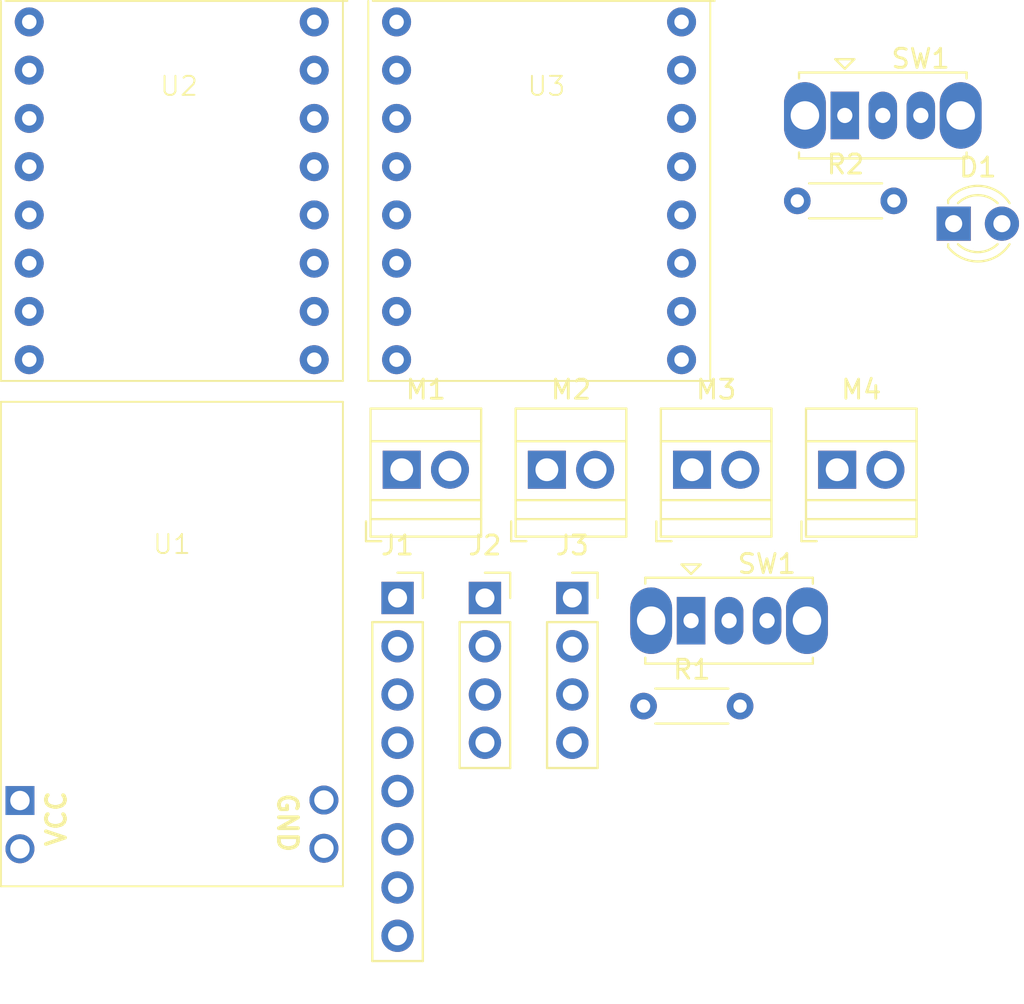
<source format=kicad_pcb>
(kicad_pcb (version 20240108) (generator "pcbnew") (generator_version "8.0")
  (layers (0 "F.Cu" signal) (31 "B.Cu" signal) (34 "B.Paste" user) (35 "F.Paste" user) (36 "B.SilkS" user "B.Silkscreen") (37 "F.SilkS" user "F.Silkscreen") (38 "B.Mask" user) (39 "F.Mask" user) (44 "Edge.Cuts" user))
  (net 0 "")
  (net 1 "+3.3V")
  (net 2 "Net-(J1-Pin_8)")
  (net 3 "Net-(J1-Pin_4)")
  (net 4 "Net-(J1-Pin_6)")
  (net 5 "GND")
  (net 6 "Net-(J1-Pin_5)")
  (net 7 "Net-(J1-Pin_7)")
  (net 8 "Net-(J1-Pin_3)")
  (net 9 "/FL+")
  (net 10 "/FL-")
  (net 11 "/FR+")
  (net 12 "/FR-")
  (net 13 "/BL+")
  (net 14 "/BL-")
  (net 15 "/BR+")
  (net 16 "/BR-")
  (net 17 "Net-(SW1-B)")
  (net 18 "/STBY")
  (net 19 "Net-(D1-K)")
  (net 20 "Net-(D1-A)")
  (footprint "Connector_PinSocket_2.54mm:PinSocket_1x04_P2.54mm_Vertical" (layer "F.Cu") (at 164.434 102.691)
    (property "Reference" "J3" (at 0 -2.77 0) (layer "F.SilkS"))
    (property "Value" "Conn_01x04_Socket")
    (fp_line (start -1.33 1.27) (end -1.33 8.95) (stroke (width 0.12)) (layer "F.SilkS"))
    (fp_line (start -1.33 1.27) (end 1.33 1.27) (stroke (width 0.12)) (layer "F.SilkS"))
    (fp_line (start -1.33 8.95) (end 1.33 8.95) (stroke (width 0.12)) (layer "F.SilkS"))
    (fp_line (start 0 -1.33) (end 1.33 -1.33) (stroke (width 0.12)) (layer "F.SilkS"))
    (fp_line (start 1.33 -1.33) (end 1.33 0) (stroke (width 0.12)) (layer "F.SilkS"))
    (fp_line (start 1.33 1.27) (end 1.33 8.95) (stroke (width 0.12)) (layer "F.SilkS"))
    (pad "1" thru_hole rect (at 0 0) (size 1.7 1.7) (drill 1) (layers "*.Cu" "*.Mask") (net 5 "GND"))
    (pad "2" thru_hole oval (at 0 2.54) (size 1.7 1.7) (drill 1) (layers "*.Cu" "*.Mask") (net 5 "GND"))
    (pad "3" thru_hole oval (at 0 5.08) (size 1.7 1.7) (drill 1) (layers "*.Cu" "*.Mask") (net 5 "GND"))
    (pad "4" thru_hole oval (at 0 7.62) (size 1.7 1.7) (drill 1) (layers "*.Cu" "*.Mask") (net 5 "GND"))
  )
  (footprint "TerminalBlock:TerminalBlock_Xinya_XY308-2.54-2P_1x02_P2.54mm_Horizontal" (layer "F.Cu") (at 155.454 95.941)
    (property "Reference" "M1" (at 1.27 -4.22 0) (layer "F.SilkS"))
    (property "Value" "Motor_DC")
    (fp_line (start -1.88 2.72) (end -1.88 3.76) (stroke (width 0.12)) (layer "F.SilkS"))
    (fp_line (start -1.88 3.76) (end -1.08 3.76) (stroke (width 0.12)) (layer "F.SilkS"))
    (fp_line (start -1.64 -3.22) (end -1.64 3.52) (stroke (width 0.12)) (layer "F.SilkS"))
    (fp_line (start -1.64 -3.22) (end 4.18 -3.22) (stroke (width 0.12)) (layer "F.SilkS"))
    (fp_line (start -1.64 -1.501) (end 4.18 -1.501) (stroke (width 0.12)) (layer "F.SilkS"))
    (fp_line (start -1.64 1.6) (end 4.18 1.6) (stroke (width 0.12)) (layer "F.SilkS"))
    (fp_line (start -1.64 2.6) (end 4.18 2.6) (stroke (width 0.12)) (layer "F.SilkS"))
    (fp_line (start -1.64 3.52) (end 4.18 3.52) (stroke (width 0.12)) (layer "F.SilkS"))
    (fp_line (start 4.18 -3.22) (end 4.18 3.52) (stroke (width 0.12)) (layer "F.SilkS"))
    (pad "1" thru_hole rect (at 0 0) (size 2 2) (drill 1.2) (layers "*.Cu" "*.Mask") (net 9 "/FL+"))
    (pad "2" thru_hole circle (at 2.54 0) (size 2 2) (drill 1.2) (layers "*.Cu" "*.Mask") (net 10 "/FL-"))
  )
  (footprint "TerminalBlock:TerminalBlock_Xinya_XY308-2.54-2P_1x02_P2.54mm_Horizontal" (layer "F.Cu") (at 178.374 95.941)
    (property "Reference" "M4" (at 1.27 -4.22 0) (layer "F.SilkS"))
    (property "Value" "Motor_DC")
    (fp_line (start -1.88 2.72) (end -1.88 3.76) (stroke (width 0.12)) (layer "F.SilkS"))
    (fp_line (start -1.88 3.76) (end -1.08 3.76) (stroke (width 0.12)) (layer "F.SilkS"))
    (fp_line (start -1.64 -3.22) (end -1.64 3.52) (stroke (width 0.12)) (layer "F.SilkS"))
    (fp_line (start -1.64 -3.22) (end 4.18 -3.22) (stroke (width 0.12)) (layer "F.SilkS"))
    (fp_line (start -1.64 -1.501) (end 4.18 -1.501) (stroke (width 0.12)) (layer "F.SilkS"))
    (fp_line (start -1.64 1.6) (end 4.18 1.6) (stroke (width 0.12)) (layer "F.SilkS"))
    (fp_line (start -1.64 2.6) (end 4.18 2.6) (stroke (width 0.12)) (layer "F.SilkS"))
    (fp_line (start -1.64 3.52) (end 4.18 3.52) (stroke (width 0.12)) (layer "F.SilkS"))
    (fp_line (start 4.18 -3.22) (end 4.18 3.52) (stroke (width 0.12)) (layer "F.SilkS"))
    (pad "1" thru_hole rect (at 0 0) (size 2 2) (drill 1.2) (layers "*.Cu" "*.Mask") (net 15 "/BR+"))
    (pad "2" thru_hole circle (at 2.54 0) (size 2 2) (drill 1.2) (layers "*.Cu" "*.Mask") (net 16 "/BR-"))
  )
  (footprint "Button_Switch_THT:SW_Slide_SPDT_Straight_CK_OS102011MS2Q" (layer "F.Cu") (at 170.684 103.886)
    (property "Reference" "SW1" (at 3.99 -2.99 0) (layer "F.SilkS"))
    (property "Value" "SW_SPDT")
    (fp_line (start -2.41 -2.26) (end 6.41 -2.26) (stroke (width 0.12)) (layer "F.SilkS"))
    (fp_line (start -2.41 -1.95) (end -2.41 -2.26) (stroke (width 0.12)) (layer "F.SilkS"))
    (fp_line (start -2.41 2.26) (end -2.41 1.95) (stroke (width 0.12)) (layer "F.SilkS"))
    (fp_line (start -0.5 -2.96) (end 0 -2.46) (stroke (width 0.12)) (layer "F.SilkS"))
    (fp_line (start 0 -2.46) (end 0.5 -2.96) (stroke (width 0.12)) (layer "F.SilkS"))
    (fp_line (start 0.5 -2.96) (end -0.5 -2.96) (stroke (width 0.12)) (layer "F.SilkS"))
    (fp_line (start 6.41 -2.26) (end 6.41 -1.95) (stroke (width 0.12)) (layer "F.SilkS"))
    (fp_line (start 6.41 2.26) (end -2.41 2.26) (stroke (width 0.12)) (layer "F.SilkS"))
    (fp_line (start 6.41 2.26) (end 6.41 1.95) (stroke (width 0.12)) (layer "F.SilkS"))
    (pad "" thru_hole oval (at -2.1 0) (size 2.2 3.5) (drill 1.5) (layers "*.Cu" "*.Mask"))
    (pad "" thru_hole oval (at 6.1 0) (size 2.2 3.5) (drill 1.5) (layers "*.Cu" "*.Mask"))
    (pad "1" thru_hole rect (at 0 0) (size 1.5 2.5) (drill 0.8) (layers "*.Cu" "*.Mask") (net 5 "GND"))
    (pad "2" thru_hole oval (at 2 0) (size 1.5 2.5) (drill 0.8) (layers "*.Cu" "*.Mask") (net 17 "Net-(SW1-B)"))
    (pad "3" thru_hole oval (at 4 0) (size 1.5 2.5) (drill 0.8) (layers "*.Cu" "*.Mask") (net 1 "+3.3V"))
  )
  (footprint "Connector_PinSocket_2.54mm:PinSocket_1x08_P2.54mm_Vertical" (layer "F.Cu") (at 155.234 102.691)
    (property "Reference" "J1" (at 0 -2.77 0) (layer "F.SilkS"))
    (property "Value" "Conn_01x08_Socket")
    (fp_line (start -1.33 1.27) (end -1.33 19.11) (stroke (width 0.12)) (layer "F.SilkS"))
    (fp_line (start -1.33 1.27) (end 1.33 1.27) (stroke (width 0.12)) (layer "F.SilkS"))
    (fp_line (start -1.33 19.11) (end 1.33 19.11) (stroke (width 0.12)) (layer "F.SilkS"))
    (fp_line (start 0 -1.33) (end 1.33 -1.33) (stroke (width 0.12)) (layer "F.SilkS"))
    (fp_line (start 1.33 -1.33) (end 1.33 0) (stroke (width 0.12)) (layer "F.SilkS"))
    (fp_line (start 1.33 1.27) (end 1.33 19.11) (stroke (width 0.12)) (layer "F.SilkS"))
    (pad "1" thru_hole rect (at 0 0) (size 1.7 1.7) (drill 1) (layers "*.Cu" "*.Mask") (net 1 "+3.3V"))
    (pad "2" thru_hole oval (at 0 2.54) (size 1.7 1.7) (drill 1) (layers "*.Cu" "*.Mask") (net 5 "GND"))
    (pad "3" thru_hole oval (at 0 5.08) (size 1.7 1.7) (drill 1) (layers "*.Cu" "*.Mask") (net 8 "Net-(J1-Pin_3)"))
    (pad "4" thru_hole oval (at 0 7.62) (size 1.7 1.7) (drill 1) (layers "*.Cu" "*.Mask") (net 3 "Net-(J1-Pin_4)"))
    (pad "5" thru_hole oval (at 0 10.16) (size 1.7 1.7) (drill 1) (layers "*.Cu" "*.Mask") (net 6 "Net-(J1-Pin_5)"))
    (pad "6" thru_hole oval (at 0 12.7) (size 1.7 1.7) (drill 1) (layers "*.Cu" "*.Mask") (net 4 "Net-(J1-Pin_6)"))
    (pad "7" thru_hole oval (at 0 15.24) (size 1.7 1.7) (drill 1) (layers "*.Cu" "*.Mask") (net 7 "Net-(J1-Pin_7)"))
    (pad "8" thru_hole oval (at 0 17.78) (size 1.7 1.7) (drill 1) (layers "*.Cu" "*.Mask") (net 2 "Net-(J1-Pin_8)"))
  )
  (footprint "Resistor_THT:R_Axial_DIN0204_L3.6mm_D1.6mm_P5.08mm_Horizontal" (layer "F.Cu") (at 176.276 81.788)
    (property "Reference" "R2" (at 2.54 -1.92 0) (layer "F.SilkS"))
    (property "Value" "10k")
    (fp_line (start 0.62 -0.92) (end 4.46 -0.92) (stroke (width 0.12)) (layer "F.SilkS"))
    (fp_line (start 0.62 0.92) (end 4.46 0.92) (stroke (width 0.12)) (layer "F.SilkS"))
    (pad "1" thru_hole circle (at 0 0) (size 1.4 1.4) (drill 0.7) (layers "*.Cu" "*.Mask") (net 5 "GND"))
    (pad "2" thru_hole oval (at 5.08 0) (size 1.4 1.4) (drill 0.7) (layers "*.Cu" "*.Mask") (net 19 "Net-(D1-K)"))
  )
  (footprint "Button_Switch_THT:SW_Slide_SPDT_Straight_CK_OS102011MS2Q" (layer "F.Cu") (at 178.776 77.293)
    (property "Reference" "SW1" (at 3.99 -2.99 0) (layer "F.SilkS"))
    (property "Value" "SW_SPDT_312")
    (fp_line (start -2.41 -2.26) (end 6.41 -2.26) (stroke (width 0.12)) (layer "F.SilkS"))
    (fp_line (start -2.41 -1.95) (end -2.41 -2.26) (stroke (width 0.12)) (layer "F.SilkS"))
    (fp_line (start -2.41 2.26) (end -2.41 1.95) (stroke (width 0.12)) (layer "F.SilkS"))
    (fp_line (start -0.5 -2.96) (end 0 -2.46) (stroke (width 0.12)) (layer "F.SilkS"))
    (fp_line (start 0 -2.46) (end 0.5 -2.96) (stroke (width 0.12)) (layer "F.SilkS"))
    (fp_line (start 0.5 -2.96) (end -0.5 -2.96) (stroke (width 0.12)) (layer "F.SilkS"))
    (fp_line (start 6.41 -2.26) (end 6.41 -1.95) (stroke (width 0.12)) (layer "F.SilkS"))
    (fp_line (start 6.41 2.26) (end -2.41 2.26) (stroke (width 0.12)) (layer "F.SilkS"))
    (fp_line (start 6.41 2.26) (end 6.41 1.95) (stroke (width 0.12)) (layer "F.SilkS"))
    (pad "" thru_hole oval (at -2.1 0) (size 2.2 3.5) (drill 1.5) (layers "*.Cu" "*.Mask"))
    (pad "" thru_hole oval (at 6.1 0) (size 2.2 3.5) (drill 1.5) (layers "*.Cu" "*.Mask"))
    (pad "1" thru_hole rect (at 0 0) (size 1.5 2.5) (drill 0.8) (layers "*.Cu" "*.Mask") (net 20 "Net-(D1-A)"))
    (pad "2" thru_hole oval (at 2 0) (size 1.5 2.5) (drill 0.8) (layers "*.Cu" "*.Mask") (net 1 "+3.3V"))
    (pad "3" thru_hole oval (at 4 0) (size 1.5 2.5) (drill 0.8) (layers "*.Cu" "*.Mask") (net 5 "GND"))
  )
  (footprint "LED_THT:LED_D3.0mm" (layer "F.Cu") (at 184.506 82.988)
    (property "Reference" "D1" (at 1.27 -2.96 0) (layer "F.SilkS"))
    (property "Value" "LED")
    (fp_line (start -0.29 -1.236) (end -0.29 -1.08) (stroke (width 0.12)) (layer "F.SilkS"))
    (fp_line (start -0.29 1.08) (end -0.29 1.236) (stroke (width 0.12)) (layer "F.SilkS"))
    (fp_arc (start -0.29 -1.235516) (mid 1.366487 -1.987659) (end 2.942335 -1.078608) (stroke (width 0.12)) (layer "F.SilkS"))
    (fp_arc (start 0.229039 -1.08) (mid 1.270117 -1.5) (end 2.31113 -1.079837) (stroke (width 0.12)) (layer "F.SilkS"))
    (fp_arc (start 2.31113 1.079837) (mid 1.270117 1.5) (end 0.229039 1.08) (stroke (width 0.12)) (layer "F.SilkS"))
    (fp_arc (start 2.942335 1.078608) (mid 1.366487 1.987659) (end -0.29 1.235516) (stroke (width 0.12)) (layer "F.SilkS"))
    (pad "1" thru_hole rect (at 0 0) (size 1.8 1.8) (drill 0.9) (layers "*.Cu" "*.Mask") (net 19 "Net-(D1-K)"))
    (pad "2" thru_hole circle (at 2.54 0) (size 1.8 1.8) (drill 0.9) (layers "*.Cu" "*.Mask") (net 20 "Net-(D1-A)"))
  )
  (footprint "custom_lib:PD Module" (layer "F.Cu") (at 143.359 100.366)
    (property "Reference" "U1" (at 0 -0.5 0) (layer "F.SilkS") (effects (font (thickness 0.1))))
    (property "Value" "~")
    (fp_line (start -9 -8) (end 9 -8) (stroke (width 0.1)) (layer "F.SilkS"))
    (fp_line (start -9 17.5) (end -9 -8) (stroke (width 0.1)) (layer "F.SilkS"))
    (fp_line (start 9 -8) (end 9 17.5) (stroke (width 0.1)) (layer "F.SilkS"))
    (fp_line (start 9 17.5) (end -9 17.5) (stroke (width 0.1)) (layer "F.SilkS"))
    (fp_text user "VCC" (at -5.5 15.5 90) (layer "F.SilkS") (effects (font (thickness 0.2) (bold yes)) (justify left bottom)))
    (fp_text user "GND" (at 5.5 12.5 -90) (layer "F.SilkS") (effects (font (thickness 0.2) (bold yes)) (justify left bottom)))
    (pad "1" thru_hole rect (at -8 12.986) (size 1.524 1.524) (drill 1.02) (layers "*.Cu" "*.Mask"))
    (pad "1" thru_hole circle (at -8 15.526) (size 1.524 1.524) (drill 1.02) (layers "*.Cu" "*.Mask"))
    (pad "1" thru_hole circle (at 8 12.96) (size 1.524 1.524) (drill 1.02) (layers "*.Cu" "*.Mask"))
    (pad "1" thru_hole circle (at 8 15.5) (size 1.524 1.524) (drill 1.02) (layers "*.Cu" "*.Mask"))
  )
  (footprint "TerminalBlock:TerminalBlock_Xinya_XY308-2.54-2P_1x02_P2.54mm_Horizontal" (layer "F.Cu") (at 163.094 95.941)
    (property "Reference" "M2" (at 1.27 -4.22 0) (layer "F.SilkS"))
    (property "Value" "Motor_DC")
    (fp_line (start -1.88 2.72) (end -1.88 3.76) (stroke (width 0.12)) (layer "F.SilkS"))
    (fp_line (start -1.88 3.76) (end -1.08 3.76) (stroke (width 0.12)) (layer "F.SilkS"))
    (fp_line (start -1.64 -3.22) (end -1.64 3.52) (stroke (width 0.12)) (layer "F.SilkS"))
    (fp_line (start -1.64 -3.22) (end 4.18 -3.22) (stroke (width 0.12)) (layer "F.SilkS"))
    (fp_line (start -1.64 -1.501) (end 4.18 -1.501) (stroke (width 0.12)) (layer "F.SilkS"))
    (fp_line (start -1.64 1.6) (end 4.18 1.6) (stroke (width 0.12)) (layer "F.SilkS"))
    (fp_line (start -1.64 2.6) (end 4.18 2.6) (stroke (width 0.12)) (layer "F.SilkS"))
    (fp_line (start -1.64 3.52) (end 4.18 3.52) (stroke (width 0.12)) (layer "F.SilkS"))
    (fp_line (start 4.18 -3.22) (end 4.18 3.52) (stroke (width 0.12)) (layer "F.SilkS"))
    (pad "1" thru_hole rect (at 0 0) (size 2 2) (drill 1.2) (layers "*.Cu" "*.Mask") (net 11 "/FR+"))
    (pad "2" thru_hole circle (at 2.54 0) (size 2 2) (drill 1.2) (layers "*.Cu" "*.Mask") (net 12 "/FR-"))
  )
  (footprint "custom_lib:TB_breakout_motor_driver" (layer "F.Cu") (at 162.803832 77.448429)
    (property "Reference" "U3" (at 0.264858 -1.698297 0) (layer "F.SilkS") (effects (font (thickness 0.1))))
    (property "Value" "~")
    (fp_line (start -9.10969 13.817571) (end -9.10969 -6.182429) (stroke (width 0.1)) (layer "F.SilkS"))
    (fp_line (start -8.874548 -6.182429) (end 9.125452 -6.182429) (stroke (width 0.1)) (layer "F.SilkS"))
    (fp_line (start 8.89031 -6.182429) (end 8.89031 13.817571) (stroke (width 0.1)) (layer "F.SilkS"))
    (fp_line (start 8.89031 13.817571) (end -9.10969 13.817571) (stroke (width 0.1)) (layer "F.SilkS"))
    (pad "9" thru_hole circle (at -7.62 12.7) (size 1.524 1.524) (drill 0.762) (layers "*.Cu" "*.Mask"))
    (pad "10" thru_hole circle (at -7.62 10.16) (size 1.524 1.524) (drill 0.762) (layers "*.Cu" "*.Mask"))
    (pad "11" thru_hole circle (at -7.62 7.62) (size 1.524 1.524) (drill 0.762) (layers "*.Cu" "*.Mask"))
    (pad "12" thru_hole circle (at -7.62 5.08) (size 1.524 1.524) (drill 0.762) (layers "*.Cu" "*.Mask"))
    (pad "13" thru_hole circle (at -7.62 2.54) (size 1.524 1.524) (drill 0.762) (layers "*.Cu" "*.Mask"))
    (pad "14" thru_hole circle (at -7.62 0) (size 1.524 1.524) (drill 0.762) (layers "*.Cu" "*.Mask"))
    (pad "15" thru_hole circle (at -7.62 -2.54) (size 1.524 1.524) (drill 0.762) (layers "*.Cu" "*.Mask"))
    (pad "16" thru_hole circle (at -7.62 -5.08) (size 1.524 1.524) (drill 0.762) (layers "*.Cu" "*.Mask"))
    (pad "17" thru_hole circle (at 7.38 12.7) (size 1.524 1.524) (drill 0.762) (layers "*.Cu" "*.Mask"))
    (pad "18" thru_hole circle (at 7.38 10.16) (size 1.524 1.524) (drill 0.762) (layers "*.Cu" "*.Mask"))
    (pad "19" thru_hole circle (at 7.38 7.62) (size 1.524 1.524) (drill 0.762) (layers "*.Cu" "*.Mask"))
    (pad "20" thru_hole circle (at 7.38 5.08) (size 1.524 1.524) (drill 0.762) (layers "*.Cu" "*.Mask"))
    (pad "21" thru_hole circle (at 7.38 2.54) (size 1.524 1.524) (drill 0.762) (layers "*.Cu" "*.Mask"))
    (pad "22" thru_hole circle (at 7.38 0) (size 1.524 1.524) (drill 0.762) (layers "*.Cu" "*.Mask"))
    (pad "23" thru_hole circle (at 7.38 -2.54) (size 1.524 1.524) (drill 0.762) (layers "*.Cu" "*.Mask"))
    (pad "24" thru_hole circle (at 7.38 -5.08) (size 1.524 1.524) (drill 0.762) (layers "*.Cu" "*.Mask"))
  )
  (footprint "TerminalBlock:TerminalBlock_Xinya_XY308-2.54-2P_1x02_P2.54mm_Horizontal" (layer "F.Cu") (at 170.734 95.941)
    (property "Reference" "M3" (at 1.27 -4.22 0) (layer "F.SilkS"))
    (property "Value" "Motor_DC")
    (fp_line (start -1.88 2.72) (end -1.88 3.76) (stroke (width 0.12)) (layer "F.SilkS"))
    (fp_line (start -1.88 3.76) (end -1.08 3.76) (stroke (width 0.12)) (layer "F.SilkS"))
    (fp_line (start -1.64 -3.22) (end -1.64 3.52) (stroke (width 0.12)) (layer "F.SilkS"))
    (fp_line (start -1.64 -3.22) (end 4.18 -3.22) (stroke (width 0.12)) (layer "F.SilkS"))
    (fp_line (start -1.64 -1.501) (end 4.18 -1.501) (stroke (width 0.12)) (layer "F.SilkS"))
    (fp_line (start -1.64 1.6) (end 4.18 1.6) (stroke (width 0.12)) (layer "F.SilkS"))
    (fp_line (start -1.64 2.6) (end 4.18 2.6) (stroke (width 0.12)) (layer "F.SilkS"))
    (fp_line (start -1.64 3.52) (end 4.18 3.52) (stroke (width 0.12)) (layer "F.SilkS"))
    (fp_line (start 4.18 -3.22) (end 4.18 3.52) (stroke (width 0.12)) (layer "F.SilkS"))
    (pad "1" thru_hole rect (at 0 0) (size 2 2) (drill 1.2) (layers "*.Cu" "*.Mask") (net 13 "/BL+"))
    (pad "2" thru_hole circle (at 2.54 0) (size 2 2) (drill 1.2) (layers "*.Cu" "*.Mask") (net 14 "/BL-"))
  )
  (footprint "Connector_PinSocket_2.54mm:PinSocket_1x04_P2.54mm_Vertical" (layer "F.Cu") (at 159.834 102.691)
    (property "Reference" "J2" (at 0 -2.77 0) (layer "F.SilkS"))
    (property "Value" "Conn_01x04_Socket")
    (fp_line (start -1.33 1.27) (end -1.33 8.95) (stroke (width 0.12)) (layer "F.SilkS"))
    (fp_line (start -1.33 1.27) (end 1.33 1.27) (stroke (width 0.12)) (layer "F.SilkS"))
    (fp_line (start -1.33 8.95) (end 1.33 8.95) (stroke (width 0.12)) (layer "F.SilkS"))
    (fp_line (start 0 -1.33) (end 1.33 -1.33) (stroke (width 0.12)) (layer "F.SilkS"))
    (fp_line (start 1.33 -1.33) (end 1.33 0) (stroke (width 0.12)) (layer "F.SilkS"))
    (fp_line (start 1.33 1.27) (end 1.33 8.95) (stroke (width 0.12)) (layer "F.SilkS"))
    (pad "1" thru_hole rect (at 0 0) (size 1.7 1.7) (drill 1) (layers "*.Cu" "*.Mask") (net 1 "+3.3V"))
    (pad "2" thru_hole oval (at 0 2.54) (size 1.7 1.7) (drill 1) (layers "*.Cu" "*.Mask") (net 1 "+3.3V"))
    (pad "3" thru_hole oval (at 0 5.08) (size 1.7 1.7) (drill 1) (layers "*.Cu" "*.Mask") (net 1 "+3.3V"))
    (pad "4" thru_hole oval (at 0 7.62) (size 1.7 1.7) (drill 1) (layers "*.Cu" "*.Mask") (net 1 "+3.3V"))
  )
  (footprint "Resistor_THT:R_Axial_DIN0204_L3.6mm_D1.6mm_P5.08mm_Horizontal" (layer "F.Cu") (at 168.184 108.381)
    (property "Reference" "R1" (at 2.54 -1.92 0) (layer "F.SilkS"))
    (property "Value" "10k")
    (fp_line (start 0.62 -0.92) (end 4.46 -0.92) (stroke (width 0.12)) (layer "F.SilkS"))
    (fp_line (start 0.62 0.92) (end 4.46 0.92) (stroke (width 0.12)) (layer "F.SilkS"))
    (pad "1" thru_hole circle (at 0 0) (size 1.4 1.4) (drill 0.7) (layers "*.Cu" "*.Mask") (net 20 "Net-(D1-A)"))
    (pad "2" thru_hole oval (at 5.08 0) (size 1.4 1.4) (drill 0.7) (layers "*.Cu" "*.Mask") (net 18 "/STBY"))
  )
  (footprint "custom_lib:TB_breakout_motor_driver" (layer "F.Cu") (at 143.46869 77.448429)
    (property "Reference" "U2" (at 0.264858 -1.698297 0) (layer "F.SilkS") (effects (font (thickness 0.1))))
    (property "Value" "~")
    (fp_line (start -9.10969 13.817571) (end -9.10969 -6.182429) (stroke (width 0.1)) (layer "F.SilkS"))
    (fp_line (start -8.874548 -6.182429) (end 9.125452 -6.182429) (stroke (width 0.1)) (layer "F.SilkS"))
    (fp_line (start 8.89031 -6.182429) (end 8.89031 13.817571) (stroke (width 0.1)) (layer "F.SilkS"))
    (fp_line (start 8.89031 13.817571) (end -9.10969 13.817571) (stroke (width 0.1)) (layer "F.SilkS"))
    (pad "9" thru_hole circle (at -7.62 12.7) (size 1.524 1.524) (drill 0.762) (layers "*.Cu" "*.Mask"))
    (pad "10" thru_hole circle (at -7.62 10.16) (size 1.524 1.524) (drill 0.762) (layers "*.Cu" "*.Mask"))
    (pad "11" thru_hole circle (at -7.62 7.62) (size 1.524 1.524) (drill 0.762) (layers "*.Cu" "*.Mask"))
    (pad "12" thru_hole circle (at -7.62 5.08) (size 1.524 1.524) (drill 0.762) (layers "*.Cu" "*.Mask"))
    (pad "13" thru_hole circle (at -7.62 2.54) (size 1.524 1.524) (drill 0.762) (layers "*.Cu" "*.Mask"))
    (pad "14" thru_hole circle (at -7.62 0) (size 1.524 1.524) (drill 0.762) (layers "*.Cu" "*.Mask"))
    (pad "15" thru_hole circle (at -7.62 -2.54) (size 1.524 1.524) (drill 0.762) (layers "*.Cu" "*.Mask"))
    (pad "16" thru_hole circle (at -7.62 -5.08) (size 1.524 1.524) (drill 0.762) (layers "*.Cu" "*.Mask"))
    (pad "17" thru_hole circle (at 7.38 12.7) (size 1.524 1.524) (drill 0.762) (layers "*.Cu" "*.Mask"))
    (pad "18" thru_hole circle (at 7.38 10.16) (size 1.524 1.524) (drill 0.762) (layers "*.Cu" "*.Mask"))
    (pad "19" thru_hole circle (at 7.38 7.62) (size 1.524 1.524) (drill 0.762) (layers "*.Cu" "*.Mask"))
    (pad "20" thru_hole circle (at 7.38 5.08) (size 1.524 1.524) (drill 0.762) (layers "*.Cu" "*.Mask"))
    (pad "21" thru_hole circle (at 7.38 2.54) (size 1.524 1.524) (drill 0.762) (layers "*.Cu" "*.Mask"))
    (pad "22" thru_hole circle (at 7.38 0) (size 1.524 1.524) (drill 0.762) (layers "*.Cu" "*.Mask"))
    (pad "23" thru_hole circle (at 7.38 -2.54) (size 1.524 1.524) (drill 0.762) (layers "*.Cu" "*.Mask"))
    (pad "24" thru_hole circle (at 7.38 -5.08) (size 1.524 1.524) (drill 0.762) (layers "*.Cu" "*.Mask"))
  )
)
</source>
